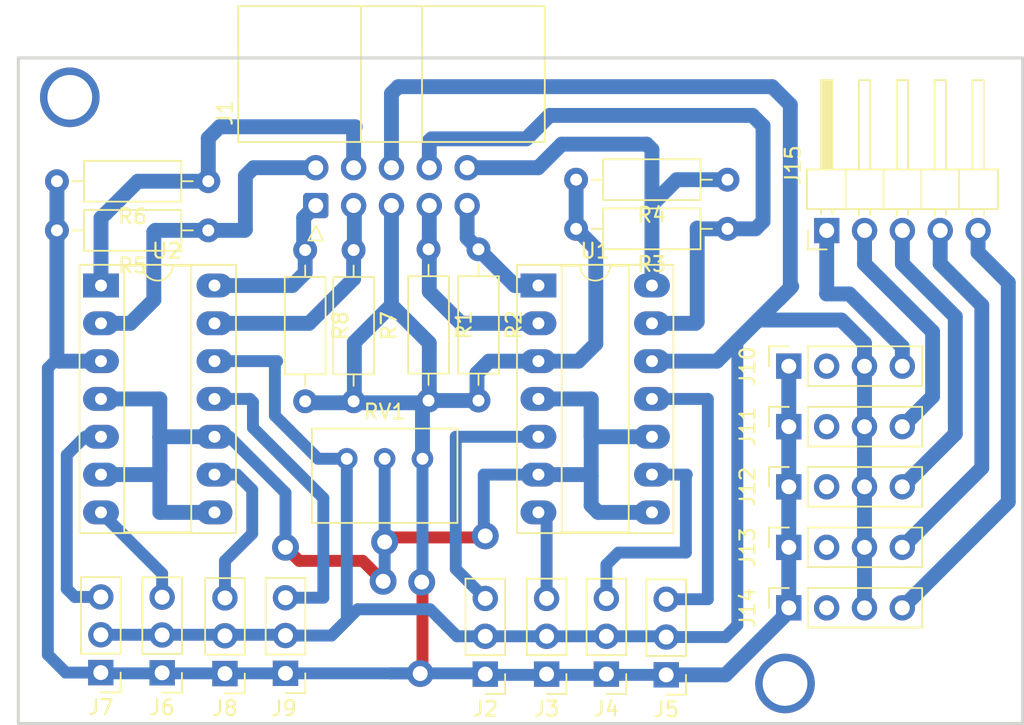
<source format=kicad_pcb>
(kicad_pcb (version 20221018) (generator pcbnew)
  (layers (0 "F.Cu" signal) (31 "B.Cu" signal) (34 "B.Paste" user) (35 "F.Paste" user) (36 "B.SilkS" user "B.Silkscreen") (37 "F.SilkS" user "F.Silkscreen") (38 "B.Mask" user) (39 "F.Mask" user) (44 "Edge.Cuts" user))
  (net 0 "")
  (net 1 "/S4")
  (net 2 "/S8")
  (net 3 "/S3")
  (net 4 "/S7")
  (net 5 "+5V")
  (net 6 "GND")
  (net 7 "/S2")
  (net 8 "/S6")
  (net 9 "/S1")
  (net 10 "/S5")
  (net 11 "/D2")
  (net 12 "/D1")
  (net 13 "/D6")
  (net 14 "/D5")
  (net 15 "/D4")
  (net 16 "/D3")
  (net 17 "/D7")
  (net 18 "/D8")
  (net 19 "/Vref")
  (net 20 "Net-(R4-Pad1)")
  (net 21 "Net-(R3-Pad1)")
  (net 23 "/P1")
  (net 25 "/P2")
  (net 27 "/P3")
  (net 29 "/P4")
  (net 31 "/P5")
  (footprint "Connector_PinHeader_2.54mm:PinHeader_1x03_P2.54mm_Vertical" (layer "F.Cu") (at 56.5404 61.65225 180)
    (fp_text reference "J5" (at 0 -2.33) (layer "F.SilkS"))
    (fp_text value "Conn_01x03_Male")
    (pad "1" thru_hole rect (at 0 0 180) (size 1.7 1.7) (drill 1) (layers "*.Cu" "*.Mask") (net 5 "+5V"))
    (pad "2" thru_hole oval (at 0 2.54 180) (size 1.7 1.7) (drill 1) (layers "*.Cu" "*.Mask") (net 6 "GND"))
    (pad "3" thru_hole oval (at 0 5.08 180) (size 1.7 1.7) (drill 1) (layers "*.Cu" "*.Mask") (net 14 "/D5"))
  )
  (footprint "" (layer "F.Cu") (at 64.516 62.23)
    (fp_text reference "" (at 0 0) (layer "F.SilkS") (effects (font (size 1.27 1.27))))
    (fp_text value "" (at 0 0) (layer "F.SilkS") (effects (font (size 1.27 1.27))))
    (pad "1" thru_hole circle (at 0 0) (size 4 4) (drill 3) (layers "*.Cu" "*.Mask"))
  )
  (footprint "Resistor_THT:R_Axial_DIN0207_L6.3mm_D2.5mm_P10.16mm_Horizontal" (layer "F.Cu") (at 32.3088 33.11765 -90)
    (fp_text reference "R8" (at 5.08 -2.37 90) (layer "F.SilkS"))
    (fp_text value "R")
    (pad "1" thru_hole circle (at 0 0 270) (size 1.6 1.6) (drill 0.8) (layers "*.Cu" "*.Mask") (net 1 "/S4"))
    (pad "2" thru_hole oval (at 10.16 0 270) (size 1.6 1.6) (drill 0.8) (layers "*.Cu" "*.Mask") (net 5 "+5V"))
  )
  (footprint "Resistor_THT:R_Axial_DIN0207_L6.3mm_D2.5mm_P10.16mm_Horizontal" (layer "F.Cu") (at 40.5892 33.06685 -90)
    (fp_text reference "R1" (at 5.08 -2.37 90) (layer "F.SilkS"))
    (fp_text value "R")
    (pad "1" thru_hole circle (at 0 0 270) (size 1.6 1.6) (drill 0.8) (layers "*.Cu" "*.Mask") (net 7 "/S2"))
    (pad "2" thru_hole oval (at 10.16 0 270) (size 1.6 1.6) (drill 0.8) (layers "*.Cu" "*.Mask") (net 5 "+5V"))
  )
  (footprint "Connector_PinSocket_2.54mm:PinSocket_1x04_P2.54mm_Vertical" (layer "F.Cu") (at 64.77 53.086 90)
    (fp_text reference "J13" (at 0 -2.77 90) (layer "F.SilkS"))
    (fp_text value "Conn_01x04_Male")
    (pad "1" thru_hole rect (at 0 0 90) (size 1.7 1.7) (drill 1) (layers "*.Cu" "*.Mask") (net 5 "+5V"))
    (pad "2" thru_hole oval (at 0 2.54 90) (size 1.7 1.7) (drill 1) (layers "*.Cu" "*.Mask"))
    (pad "3" thru_hole oval (at 0 5.08 90) (size 1.7 1.7) (drill 1) (layers "*.Cu" "*.Mask") (net 6 "GND"))
    (pad "4" thru_hole oval (at 0 7.62 90) (size 1.7 1.7) (drill 1) (layers "*.Cu" "*.Mask") (net 29 "/P4"))
  )
  (footprint "Connector_IDC:IDC-Header_2x05_P2.54mm_Horizontal" (layer "F.Cu") (at 33.02 30.12835 90)
    (fp_text reference "J1" (at 6.215 -6.1 90) (layer "F.SilkS"))
    (fp_text value "Control Sensores")
    (pad "1" thru_hole roundrect (at 0 0 90) (size 1.7 1.7) (drill 1) (layers "*.Cu" "*.Mask") (roundrect_rratio 0.147059) (net 1 "/S4"))
    (pad "2" thru_hole circle (at 2.54 0 90) (size 1.7 1.7) (drill 1) (layers "*.Cu" "*.Mask") (net 2 "/S8"))
    (pad "3" thru_hole circle (at 0 2.54 90) (size 1.7 1.7) (drill 1) (layers "*.Cu" "*.Mask") (net 3 "/S3"))
    (pad "4" thru_hole circle (at 2.54 2.54 90) (size 1.7 1.7) (drill 1) (layers "*.Cu" "*.Mask") (net 4 "/S7"))
    (pad "5" thru_hole circle (at 0 5.08 90) (size 1.7 1.7) (drill 1) (layers "*.Cu" "*.Mask") (net 5 "+5V"))
    (pad "6" thru_hole circle (at 2.54 5.08 90) (size 1.7 1.7) (drill 1) (layers "*.Cu" "*.Mask") (net 6 "GND"))
    (pad "7" thru_hole circle (at 0 7.62 90) (size 1.7 1.7) (drill 1) (layers "*.Cu" "*.Mask") (net 7 "/S2"))
    (pad "8" thru_hole circle (at 2.54 7.62 90) (size 1.7 1.7) (drill 1) (layers "*.Cu" "*.Mask") (net 8 "/S6"))
    (pad "9" thru_hole circle (at 0 10.16 90) (size 1.7 1.7) (drill 1) (layers "*.Cu" "*.Mask") (net 9 "/S1"))
    (pad "10" thru_hole circle (at 2.54 10.16 90) (size 1.7 1.7) (drill 1) (layers "*.Cu" "*.Mask") (net 10 "/S5"))
  )
  (footprint "Package_DIP:DIP-14_W7.62mm_Socket_LongPads" (layer "F.Cu") (at 47.9652 35.50025)
    (fp_text reference "U1" (at 3.81 -2.33) (layer "F.SilkS"))
    (fp_text value "LM339")
    (pad "1" thru_hole rect (at 0 0) (size 2.4 1.6) (drill 0.8) (layers "*.Cu" "*.Mask") (net 9 "/S1"))
    (pad "2" thru_hole oval (at 0 2.54) (size 2.4 1.6) (drill 0.8) (layers "*.Cu" "*.Mask") (net 7 "/S2"))
    (pad "3" thru_hole oval (at 0 5.08) (size 2.4 1.6) (drill 0.8) (layers "*.Cu" "*.Mask") (net 5 "+5V"))
    (pad "4" thru_hole oval (at 0 7.62) (size 2.4 1.6) (drill 0.8) (layers "*.Cu" "*.Mask") (net 19 "/Vref"))
    (pad "5" thru_hole oval (at 0 10.16) (size 2.4 1.6) (drill 0.8) (layers "*.Cu" "*.Mask") (net 11 "/D2"))
    (pad "6" thru_hole oval (at 0 12.7) (size 2.4 1.6) (drill 0.8) (layers "*.Cu" "*.Mask") (net 19 "/Vref"))
    (pad "7" thru_hole oval (at 0 15.24) (size 2.4 1.6) (drill 0.8) (layers "*.Cu" "*.Mask") (net 12 "/D1"))
    (pad "8" thru_hole oval (at 7.62 15.24) (size 2.4 1.6) (drill 0.8) (layers "*.Cu" "*.Mask") (net 19 "/Vref"))
    (pad "9" thru_hole oval (at 7.62 12.7) (size 2.4 1.6) (drill 0.8) (layers "*.Cu" "*.Mask") (net 13 "/D6"))
    (pad "10" thru_hole oval (at 7.62 10.16) (size 2.4 1.6) (drill 0.8) (layers "*.Cu" "*.Mask") (net 19 "/Vref"))
    (pad "11" thru_hole oval (at 7.62 7.62) (size 2.4 1.6) (drill 0.8) (layers "*.Cu" "*.Mask") (net 14 "/D5"))
    (pad "12" thru_hole oval (at 7.62 5.08) (size 2.4 1.6) (drill 0.8) (layers "*.Cu" "*.Mask") (net 6 "GND"))
    (pad "13" thru_hole oval (at 7.62 2.54) (size 2.4 1.6) (drill 0.8) (layers "*.Cu" "*.Mask") (net 21 "Net-(R3-Pad1)"))
    (pad "14" thru_hole oval (at 7.62 0) (size 2.4 1.6) (drill 0.8) (layers "*.Cu" "*.Mask") (net 20 "Net-(R4-Pad1)"))
  )
  (footprint "" (layer "F.Cu") (at 16.51 22.86)
    (fp_text reference "" (at 0 0) (layer "F.SilkS") (effects (font (size 1.27 1.27))))
    (fp_text value "" (at 0 0) (layer "F.SilkS") (effects (font (size 1.27 1.27))))
    (pad "1" thru_hole circle (at 0 0) (size 4 4) (drill 3) (layers "*.Cu" "*.Mask"))
  )
  (footprint "Connector_PinSocket_2.54mm:PinSocket_1x04_P2.54mm_Vertical" (layer "F.Cu") (at 64.77 44.983 90)
    (fp_text reference "J11" (at 0 -2.77 90) (layer "F.SilkS"))
    (fp_text value "Conn_01x04_Male")
    (pad "1" thru_hole rect (at 0 0 90) (size 1.7 1.7) (drill 1) (layers "*.Cu" "*.Mask") (net 5 "+5V"))
    (pad "2" thru_hole oval (at 0 2.54 90) (size 1.7 1.7) (drill 1) (layers "*.Cu" "*.Mask"))
    (pad "3" thru_hole oval (at 0 5.08 90) (size 1.7 1.7) (drill 1) (layers "*.Cu" "*.Mask") (net 6 "GND"))
    (pad "4" thru_hole oval (at 0 7.62 90) (size 1.7 1.7) (drill 1) (layers "*.Cu" "*.Mask") (net 25 "/P2"))
  )
  (footprint "Connector_PinHeader_2.54mm:PinHeader_1x03_P2.54mm_Vertical" (layer "F.Cu") (at 52.5272 61.60145 180)
    (fp_text reference "J4" (at 0 -2.33) (layer "F.SilkS"))
    (fp_text value "Conn_01x03_Male")
    (pad "1" thru_hole rect (at 0 0 180) (size 1.7 1.7) (drill 1) (layers "*.Cu" "*.Mask") (net 5 "+5V"))
    (pad "2" thru_hole oval (at 0 2.54 180) (size 1.7 1.7) (drill 1) (layers "*.Cu" "*.Mask") (net 6 "GND"))
    (pad "3" thru_hole oval (at 0 5.08 180) (size 1.7 1.7) (drill 1) (layers "*.Cu" "*.Mask") (net 13 "/D6"))
  )
  (footprint "Resistor_THT:R_Axial_DIN0207_L6.3mm_D2.5mm_P10.16mm_Horizontal" (layer "F.Cu") (at 25.8064 28.49485 180)
    (fp_text reference "R6" (at 5.08 -2.37) (layer "F.SilkS"))
    (fp_text value "R")
    (pad "1" thru_hole circle (at 0 0 180) (size 1.6 1.6) (drill 0.8) (layers "*.Cu" "*.Mask") (net 4 "/S7"))
    (pad "2" thru_hole oval (at 10.16 0 180) (size 1.6 1.6) (drill 0.8) (layers "*.Cu" "*.Mask") (net 5 "+5V"))
  )
  (footprint "Connector_PinSocket_2.54mm:PinSocket_1x04_P2.54mm_Vertical" (layer "F.Cu") (at 64.77 40.919 90)
    (fp_text reference "J10" (at 0 -2.77 90) (layer "F.SilkS"))
    (fp_text value "Conn_01x04_Male")
    (pad "1" thru_hole rect (at 0 0 90) (size 1.7 1.7) (drill 1) (layers "*.Cu" "*.Mask") (net 5 "+5V"))
    (pad "2" thru_hole oval (at 0 2.54 90) (size 1.7 1.7) (drill 1) (layers "*.Cu" "*.Mask"))
    (pad "3" thru_hole oval (at 0 5.08 90) (size 1.7 1.7) (drill 1) (layers "*.Cu" "*.Mask") (net 6 "GND"))
    (pad "4" thru_hole oval (at 0 7.62 90) (size 1.7 1.7) (drill 1) (layers "*.Cu" "*.Mask") (net 23 "/P1"))
  )
  (footprint "Connector_PinHeader_2.54mm:PinHeader_1x03_P2.54mm_Vertical" (layer "F.Cu") (at 22.7076 61.51485 180)
    (fp_text reference "J6" (at 0 -2.33) (layer "F.SilkS"))
    (fp_text value "Conn_01x03_Male")
    (pad "1" thru_hole rect (at 0 0 180) (size 1.7 1.7) (drill 1) (layers "*.Cu" "*.Mask") (net 5 "+5V"))
    (pad "2" thru_hole oval (at 0 2.54 180) (size 1.7 1.7) (drill 1) (layers "*.Cu" "*.Mask") (net 6 "GND"))
    (pad "3" thru_hole oval (at 0 5.08 180) (size 1.7 1.7) (drill 1) (layers "*.Cu" "*.Mask") (net 15 "/D4"))
  )
  (footprint "Resistor_THT:R_Axial_DIN0207_L6.3mm_D2.5mm_P10.16mm_Horizontal" (layer "F.Cu") (at 60.6552 31.69525 180)
    (fp_text reference "R3" (at 5.08 -2.37) (layer "F.SilkS"))
    (fp_text value "R")
    (pad "1" thru_hole circle (at 0 0 180) (size 1.6 1.6) (drill 0.8) (layers "*.Cu" "*.Mask") (net 21 "Net-(R3-Pad1)"))
    (pad "2" thru_hole oval (at 10.16 0 180) (size 1.6 1.6) (drill 0.8) (layers "*.Cu" "*.Mask") (net 5 "+5V"))
  )
  (footprint "Connector_PinHeader_2.54mm:PinHeader_1x05_P2.54mm_Horizontal" (layer "F.Cu") (at 67.315 31.807 90)
    (fp_text reference "J15" (at 4.385 -2.27 90) (layer "F.SilkS"))
    (fp_text value "Conn_01x05_Pin")
    (pad "1" thru_hole rect (at 0 0 90) (size 1.7 1.7) (drill 1) (layers "*.Cu" "*.Mask") (net 23 "/P1"))
    (pad "2" thru_hole oval (at 0 2.54 90) (size 1.7 1.7) (drill 1) (layers "*.Cu" "*.Mask") (net 25 "/P2"))
    (pad "3" thru_hole oval (at 0 5.08 90) (size 1.7 1.7) (drill 1) (layers "*.Cu" "*.Mask") (net 27 "/P3"))
    (pad "4" thru_hole oval (at 0 7.62 90) (size 1.7 1.7) (drill 1) (layers "*.Cu" "*.Mask") (net 29 "/P4"))
    (pad "5" thru_hole oval (at 0 10.16 90) (size 1.7 1.7) (drill 1) (layers "*.Cu" "*.Mask") (net 31 "/P5"))
  )
  (footprint "Resistor_THT:R_Axial_DIN0207_L6.3mm_D2.5mm_P10.16mm_Horizontal" (layer "F.Cu") (at 43.942 33.06685 -90)
    (fp_text reference "R2" (at 5.08 -2.37 90) (layer "F.SilkS"))
    (fp_text value "R")
    (pad "1" thru_hole circle (at 0 0 270) (size 1.6 1.6) (drill 0.8) (layers "*.Cu" "*.Mask") (net 9 "/S1"))
    (pad "2" thru_hole oval (at 10.16 0 270) (size 1.6 1.6) (drill 0.8) (layers "*.Cu" "*.Mask") (net 5 "+5V"))
  )
  (footprint "Resistor_THT:R_Axial_DIN0207_L6.3mm_D2.5mm_P10.16mm_Horizontal" (layer "F.Cu") (at 35.56 33.11765 -90)
    (fp_text reference "R7" (at 5.08 -2.37 90) (layer "F.SilkS"))
    (fp_text value "R")
    (pad "1" thru_hole circle (at 0 0 270) (size 1.6 1.6) (drill 0.8) (layers "*.Cu" "*.Mask") (net 3 "/S3"))
    (pad "2" thru_hole oval (at 10.16 0 270) (size 1.6 1.6) (drill 0.8) (layers "*.Cu" "*.Mask") (net 5 "+5V"))
  )
  (footprint "Connector_PinHeader_2.54mm:PinHeader_1x03_P2.54mm_Vertical" (layer "F.Cu") (at 26.924 61.56565 180)
    (fp_text reference "J8" (at 0 -2.33) (layer "F.SilkS"))
    (fp_text value "Conn_01x03_Male")
    (pad "1" thru_hole rect (at 0 0 180) (size 1.7 1.7) (drill 1) (layers "*.Cu" "*.Mask") (net 5 "+5V"))
    (pad "2" thru_hole oval (at 0 2.54 180) (size 1.7 1.7) (drill 1) (layers "*.Cu" "*.Mask") (net 6 "GND"))
    (pad "3" thru_hole oval (at 0 5.08 180) (size 1.7 1.7) (drill 1) (layers "*.Cu" "*.Mask") (net 17 "/D7"))
  )
  (footprint "Connector_PinSocket_2.54mm:PinSocket_1x04_P2.54mm_Vertical" (layer "F.Cu") (at 64.77 57.15 90)
    (fp_text reference "J14" (at 0 -2.77 90) (layer "F.SilkS"))
    (fp_text value "Conn_01x04_Male")
    (pad "1" thru_hole rect (at 0 0 90) (size 1.7 1.7) (drill 1) (layers "*.Cu" "*.Mask") (net 5 "+5V"))
    (pad "2" thru_hole oval (at 0 2.54 90) (size 1.7 1.7) (drill 1) (layers "*.Cu" "*.Mask"))
    (pad "3" thru_hole oval (at 0 5.08 90) (size 1.7 1.7) (drill 1) (layers "*.Cu" "*.Mask") (net 6 "GND"))
    (pad "4" thru_hole oval (at 0 7.62 90) (size 1.7 1.7) (drill 1) (layers "*.Cu" "*.Mask") (net 31 "/P5"))
  )
  (footprint "Connector_PinHeader_2.54mm:PinHeader_1x03_P2.54mm_Vertical" (layer "F.Cu") (at 48.514 61.60145 180)
    (fp_text reference "J3" (at 0 -2.33) (layer "F.SilkS"))
    (fp_text value "Conn_01x03_Male")
    (pad "1" thru_hole rect (at 0 0 180) (size 1.7 1.7) (drill 1) (layers "*.Cu" "*.Mask") (net 5 "+5V"))
    (pad "2" thru_hole oval (at 0 2.54 180) (size 1.7 1.7) (drill 1) (layers "*.Cu" "*.Mask") (net 6 "GND"))
    (pad "3" thru_hole oval (at 0 5.08 180) (size 1.7 1.7) (drill 1) (layers "*.Cu" "*.Mask") (net 12 "/D1"))
  )
  (footprint "Resistor_THT:R_Axial_DIN0207_L6.3mm_D2.5mm_P10.16mm_Horizontal" (layer "F.Cu") (at 60.6552 28.39325 180)
    (fp_text reference "R4" (at 5.08 -2.37) (layer "F.SilkS"))
    (fp_text value "R")
    (pad "1" thru_hole circle (at 0 0 180) (size 1.6 1.6) (drill 0.8) (layers "*.Cu" "*.Mask") (net 20 "Net-(R4-Pad1)"))
    (pad "2" thru_hole oval (at 10.16 0 180) (size 1.6 1.6) (drill 0.8) (layers "*.Cu" "*.Mask") (net 5 "+5V"))
  )
  (footprint "Package_DIP:DIP-14_W7.62mm_Socket_LongPads" (layer "F.Cu") (at 18.6028 35.50025)
    (fp_text reference "U2" (at 4.4196 -2.33) (layer "F.SilkS"))
    (fp_text value "LM339")
    (pad "1" thru_hole rect (at 0 0) (size 2.4 1.6) (drill 0.8) (layers "*.Cu" "*.Mask") (net 4 "/S7"))
    (pad "2" thru_hole oval (at 0 2.54) (size 2.4 1.6) (drill 0.8) (layers "*.Cu" "*.Mask") (net 2 "/S8"))
    (pad "3" thru_hole oval (at 0 5.08) (size 2.4 1.6) (drill 0.8) (layers "*.Cu" "*.Mask") (net 5 "+5V"))
    (pad "4" thru_hole oval (at 0 7.62) (size 2.4 1.6) (drill 0.8) (layers "*.Cu" "*.Mask") (net 19 "/Vref"))
    (pad "5" thru_hole oval (at 0 10.16) (size 2.4 1.6) (drill 0.8) (layers "*.Cu" "*.Mask") (net 16 "/D3"))
    (pad "6" thru_hole oval (at 0 12.7) (size 2.4 1.6) (drill 0.8) (layers "*.Cu" "*.Mask") (net 19 "/Vref"))
    (pad "7" thru_hole oval (at 0 15.24) (size 2.4 1.6) (drill 0.8) (layers "*.Cu" "*.Mask") (net 15 "/D4"))
    (pad "8" thru_hole oval (at 7.62 15.24) (size 2.4 1.6) (drill 0.8) (layers "*.Cu" "*.Mask") (net 19 "/Vref"))
    (pad "9" thru_hole oval (at 7.62 12.7) (size 2.4 1.6) (drill 0.8) (layers "*.Cu" "*.Mask") (net 17 "/D7"))
    (pad "10" thru_hole oval (at 7.62 10.16) (size 2.4 1.6) (drill 0.8) (layers "*.Cu" "*.Mask") (net 19 "/Vref"))
    (pad "11" thru_hole oval (at 7.62 7.62) (size 2.4 1.6) (drill 0.8) (layers "*.Cu" "*.Mask") (net 18 "/D8"))
    (pad "12" thru_hole oval (at 7.62 5.08) (size 2.4 1.6) (drill 0.8) (layers "*.Cu" "*.Mask") (net 6 "GND"))
    (pad "13" thru_hole oval (at 7.62 2.54) (size 2.4 1.6) (drill 0.8) (layers "*.Cu" "*.Mask") (net 3 "/S3"))
    (pad "14" thru_hole oval (at 7.62 0) (size 2.4 1.6) (drill 0.8) (layers "*.Cu" "*.Mask") (net 1 "/S4"))
  )
  (footprint "Connector_PinHeader_2.54mm:PinHeader_1x03_P2.54mm_Vertical" (layer "F.Cu") (at 30.988 61.55065 180)
    (fp_text reference "J9" (at 0.1016 -2.3518) (layer "F.SilkS"))
    (fp_text value "Conn_01x03_Male")
    (pad "1" thru_hole rect (at 0 0 180) (size 1.7 1.7) (drill 1) (layers "*.Cu" "*.Mask") (net 5 "+5V"))
    (pad "2" thru_hole oval (at 0 2.54 180) (size 1.7 1.7) (drill 1) (layers "*.Cu" "*.Mask") (net 6 "GND"))
    (pad "3" thru_hole oval (at 0 5.08 180) (size 1.7 1.7) (drill 1) (layers "*.Cu" "*.Mask") (net 18 "/D8"))
  )
  (footprint "Connector_PinHeader_2.54mm:PinHeader_1x03_P2.54mm_Vertical" (layer "F.Cu") (at 44.3992 61.60145 180)
    (fp_text reference "J2" (at 0 -2.33) (layer "F.SilkS"))
    (fp_text value "Conn_01x03_Male")
    (pad "1" thru_hole rect (at 0 0 180) (size 1.7 1.7) (drill 1) (layers "*.Cu" "*.Mask") (net 5 "+5V"))
    (pad "2" thru_hole oval (at 0 2.54 180) (size 1.7 1.7) (drill 1) (layers "*.Cu" "*.Mask") (net 6 "GND"))
    (pad "3" thru_hole oval (at 0 5.08 180) (size 1.7 1.7) (drill 1) (layers "*.Cu" "*.Mask") (net 11 "/D2"))
  )
  (footprint "Potentiometer_THT:Potentiometer_Bourns_3299W_Vertical" (layer "F.Cu") (at 40.1828 47.13845)
    (fp_text reference "RV1" (at -2.54 -3.16) (layer "F.SilkS"))
    (fp_text value "R_Potentiometer")
    (pad "1" thru_hole circle (at 0 0) (size 1.44 1.44) (drill 0.8) (layers "*.Cu" "*.Mask") (net 5 "+5V"))
    (pad "2" thru_hole circle (at -2.54 0) (size 1.44 1.44) (drill 0.8) (layers "*.Cu" "*.Mask") (net 19 "/Vref"))
    (pad "3" thru_hole circle (at -5.08 0) (size 1.44 1.44) (drill 0.8) (layers "*.Cu" "*.Mask") (net 6 "GND"))
  )
  (footprint "Resistor_THT:R_Axial_DIN0207_L6.3mm_D2.5mm_P10.16mm_Horizontal" (layer "F.Cu") (at 25.8064 31.79685 180)
    (fp_text reference "R5" (at 5.08 -2.37) (layer "F.SilkS"))
    (fp_text value "R")
    (pad "1" thru_hole circle (at 0 0 180) (size 1.6 1.6) (drill 0.8) (layers "*.Cu" "*.Mask") (net 2 "/S8"))
    (pad "2" thru_hole oval (at 10.16 0 180) (size 1.6 1.6) (drill 0.8) (layers "*.Cu" "*.Mask") (net 5 "+5V"))
  )
  (footprint "Connector_PinSocket_2.54mm:PinSocket_1x04_P2.54mm_Vertical" (layer "F.Cu") (at 64.77 49.022 90)
    (fp_text reference "J12" (at 0 -2.77 90) (layer "F.SilkS"))
    (fp_text value "Conn_01x04_Male")
    (pad "1" thru_hole rect (at 0 0 90) (size 1.7 1.7) (drill 1) (layers "*.Cu" "*.Mask") (net 5 "+5V"))
    (pad "2" thru_hole oval (at 0 2.54 90) (size 1.7 1.7) (drill 1) (layers "*.Cu" "*.Mask"))
    (pad "3" thru_hole oval (at 0 5.08 90) (size 1.7 1.7) (drill 1) (layers "*.Cu" "*.Mask") (net 6 "GND"))
    (pad "4" thru_hole oval (at 0 7.62 90) (size 1.7 1.7) (drill 1) (layers "*.Cu" "*.Mask") (net 27 "/P3"))
  )
  (footprint "Connector_PinHeader_2.54mm:PinHeader_1x03_P2.54mm_Vertical" (layer "F.Cu") (at 18.5928 61.49985 180)
    (fp_text reference "J7" (at 0 -2.33) (layer "F.SilkS"))
    (fp_text value "Conn_01x03_Male")
    (pad "1" thru_hole rect (at 0 0 180) (size 1.7 1.7) (drill 1) (layers "*.Cu" "*.Mask") (net 5 "+5V"))
    (pad "2" thru_hole oval (at 0 2.54 180) (size 1.7 1.7) (drill 1) (layers "*.Cu" "*.Mask") (net 6 "GND"))
    (pad "3" thru_hole oval (at 0 5.08 180) (size 1.7 1.7) (drill 1) (layers "*.Cu" "*.Mask") (net 16 "/D3"))
  )
  (gr_rect (start 13.0556 20.21445) (end 80.4672 64.91845) (stroke (width 0.2)) (fill none) (layer "Edge.Cuts"))
  (segment (start 32.3088 34.64165) (end 32.3088 33.11765) (width 1) (layer "B.Cu") (net 1))
  (segment (start 31.4502 35.50025) (end 26.2228 35.50025) (width 1) (layer "B.Cu") (net 1))
  (segment (start 31.4502 35.50025) (end 32.3088 34.64165) (width 1) (layer "B.Cu") (net 1))
  (segment (start 32.2072 30.94115) (end 33.02 30.12835) (width 1) (layer "B.Cu") (net 1))
  (segment (start 32.2072 33.21925) (end 32.2072 30.94115) (width 1) (layer "B.Cu") (net 1))
  (segment (start 22.2504 31.79685) (end 25.8064 31.79685) (width 1) (layer "B.Cu") (net 2))
  (segment (start 28.2448 31.79685) (end 25.8064 31.79685) (width 1) (layer "B.Cu") (net 2))
  (segment (start 28.2956 31.74605) (end 28.2448 31.79685) (width 1) (layer "B.Cu") (net 2))
  (segment (start 22.1488 36.47045) (end 22.1488 31.89845) (width 1) (layer "B.Cu") (net 2))
  (segment (start 18.6028 38.04025) (end 20.579 38.04025) (width 1) (layer "B.Cu") (net 2))
  (segment (start 28.8465 27.58835) (end 28.2956 28.13925) (width 1) (layer "B.Cu") (net 2))
  (segment (start 22.1488 31.89845) (end 22.2504 31.79685) (width 1) (layer "B.Cu") (net 2))
  (segment (start 20.579 38.04025) (end 22.1488 36.47045) (width 1) (layer "B.Cu") (net 2))
  (segment (start 28.2956 28.13925) (end 28.2956 31.74605) (width 1) (layer "B.Cu") (net 2))
  (segment (start 33.02 27.58835) (end 28.8465 27.58835) (width 1) (layer "B.Cu") (net 2))
  (segment (start 35.6108 30.17915) (end 35.56 30.12835) (width 1) (layer "B.Cu") (net 3))
  (segment (start 35.6108 33.16845) (end 35.6108 30.17915) (width 1) (layer "B.Cu") (net 3))
  (segment (start 35.56 35.04805) (end 35.56 33.11765) (width 1) (layer "B.Cu") (net 3))
  (segment (start 32.5678 38.04025) (end 26.2228 38.04025) (width 1) (layer "B.Cu") (net 3))
  (segment (start 32.5678 38.04025) (end 35.56 35.04805) (width 1) (layer "B.Cu") (net 3))
  (segment (start 35.56 24.93885) (end 35.56 27.58835) (width 1) (layer "B.Cu") (net 4))
  (segment (start 26.5684 24.83725) (end 35.6616 24.83725) (width 1) (layer "B.Cu") (net 4))
  (segment (start 25.8064 25.59925) (end 26.5684 24.83725) (width 1) (layer "B.Cu") (net 4))
  (segment (start 21.082 28.49485) (end 25.8064 28.49485) (width 1) (layer "B.Cu") (net 4))
  (segment (start 25.8064 28.49485) (end 25.8064 25.59925) (width 1) (layer "B.Cu") (net 4))
  (segment (start 35.6616 24.83725) (end 35.56 24.93885) (width 1) (layer "B.Cu") (net 4))
  (segment (start 18.6028 35.50025) (end 18.6028 30.97405) (width 1) (layer "B.Cu") (net 4))
  (segment (start 18.6028 30.97405) (end 21.082 28.49485) (width 1) (layer "B.Cu") (net 4))
  (segment (start 40.132 55.41885) (end 40.1828 55.46965) (width 0.8) (layer "F.Cu") (net 5))
  (segment (start 40.1828 61.41325) (end 40.0304 61.56565) (width 0.8) (layer "F.Cu") (net 5))
  (segment (start 40.1828 55.46965) (end 40.1828 61.41325) (width 0.8) (layer "F.Cu") (net 5))
  (via (at 40.0304 61.56565) (size 1.8) (drill 1) (layers "F.Cu" "B.Cu") (net 5))
  (via (at 40.132 55.41885) (size 1.8) (drill 1) (layers "F.Cu" "B.Cu") (net 5))
  (segment (start 40.132 55.41885) (end 40.1828 55.36805) (width 0.8) (layer "B.Cu") (net 5))
  (segment (start 64.77 40.919) (end 64.77 57.404) (width 1) (layer "B.Cu") (net 5))
  (segment (start 15.0368 60.29565) (end 15.0368 41.04245) (width 0.8) (layer "B.Cu") (net 5))
  (segment (start 18.6028 40.58025) (end 15.7938 40.58025) (width 1) (layer "B.Cu") (net 5))
  (segment (start 47.9652 40.58025) (end 50.6526 40.58025) (width 1) (layer "B.Cu") (net 5))
  (segment (start 44.3484 61.55065) (end 44.3992 61.60145) (width 0.8) (layer "B.Cu") (net 5))
  (segment (start 30.988 61.55065) (end 18.6436 61.55065) (width 0.8) (layer "B.Cu") (net 5))
  (segment (start 15.0368 41.04245) (end 15.6464 40.43285) (width 0.8) (layer "B.Cu") (net 5))
  (segment (start 43.8404 41.38805) (end 43.8404 43.22685) (width 1) (layer "B.Cu") (net 5))
  (segment (start 15.6464 31.79685) (end 15.6464 28.49485) (width 1) (layer "B.Cu") (net 5))
  (segment (start 60.52175 61.65225) (end 56.5404 61.65225) (width 1) (layer "B.Cu") (net 5))
  (segment (start 35.6108 39.31525) (end 38.1 36.82605) (width 1) (layer "B.Cu") (net 5))
  (segment (start 16.241 61.49985) (end 15.0368 60.29565) (width 0.8) (layer "B.Cu") (net 5))
  (segment (start 51.816 39.41685) (end 51.816 33.01605) (width 1) (layer "B.Cu") (net 5))
  (segment (start 38.0342 61.55065) (end 44.3484 61.55065) (width 0.8) (layer "B.Cu") (net 5))
  (segment (start 18.5928 61.49985) (end 16.241 61.49985) (width 0.8) (layer "B.Cu") (net 5))
  (segment (start 40.1828 47.13845) (end 40.1828 43.63325) (width 1) (layer "B.Cu") (net 5))
  (segment (start 44.45 61.65225) (end 44.3992 61.60145) (width 0.8) (layer "B.Cu") (net 5))
  (segment (start 35.6108 43.32845) (end 35.6108 39.31525) (width 1) (layer "B.Cu") (net 5))
  (segment (start 64.77 57.404) (end 60.52175 61.65225) (width 1) (layer "B.Cu") (net 5))
  (segment (start 38.1 36.82605) (end 38.1 30.12835) (width 1) (layer "B.Cu") (net 5))
  (segment (start 40.64 43.22685) (end 40.64 39.36605) (width 1) (layer "B.Cu") (net 5))
  (segment (start 40.1828 43.63325) (end 40.5892 43.22685) (width 1) (layer "B.Cu") (net 5))
  (segment (start 40.4368 43.37925) (end 40.5892 43.22685) (width 1) (layer "B.Cu") (net 5))
  (segment (start 40.0304 61.56565) (end 40.0154 61.55065) (width 0.8) (layer "B.Cu") (net 5))
  (segment (start 43.8404 43.22685) (end 40.64 43.22685) (width 1) (layer "B.Cu") (net 5))
  (segment (start 47.9652 40.58025) (end 44.6482 40.58025) (width 1) (layer "B.Cu") (net 5))
  (segment (start 32.2072 43.37925) (end 40.4368 43.37925) (width 1) (layer "B.Cu") (net 5))
  (segment (start 44.6482 40.58025) (end 43.8404 41.38805) (width 1) (layer "B.Cu") (net 5))
  (segment (start 50.6526 40.58025) (end 51.816 39.41685) (width 1) (layer "B.Cu") (net 5))
  (segment (start 40.1828 55.36805) (end 40.1828 47.13845) (width 0.8) (layer "B.Cu") (net 5))
  (segment (start 30.988 61.55065) (end 38.0342 61.55065) (width 0.8) (layer "B.Cu") (net 5))
  (segment (start 50.4952 31.69525) (end 50.4952 28.39325) (width 1) (layer "B.Cu") (net 5))
  (segment (start 56.5404 61.65225) (end 44.45 61.65225) (width 0.8) (layer "B.Cu") (net 5))
  (segment (start 51.816 33.01605) (end 50.4952 31.69525) (width 1) (layer "B.Cu") (net 5))
  (segment (start 18.6436 61.55065) (end 18.5928 61.49985) (width 0.8) (layer "B.Cu") (net 5))
  (segment (start 15.6464 40.43285) (end 15.6464 31.79685) (width 1) (layer "B.Cu") (net 5))
  (segment (start 40.0154 61.55065) (end 38.0342 61.55065) (width 0.8) (layer "B.Cu") (net 5))
  (segment (start 40.64 39.36605) (end 38.1 36.82605) (width 1) (layer "B.Cu") (net 5))
  (segment (start 15.7938 40.58025) (end 15.6464 40.43285) (width 1) (layer "B.Cu") (net 5))
  (segment (start 64.8716 23.36405) (end 63.6524 22.14485) (width 1) (layer "B.Cu") (net 6))
  (segment (start 30.988 59.01065) (end 34.0718 59.01065) (width 0.8) (layer "B.Cu") (net 6))
  (segment (start 26.2228 40.58025) (end 30.4242 40.58025) (width 0.8) (layer "B.Cu") (net 6))
  (segment (start 34.0718 59.01065) (end 35.1028 57.97965) (width 0.8) (layer "B.Cu") (net 6))
  (segment (start 60.5178 59.11225) (end 61.3156 58.31445) (width 0.8) (layer "B.Cu") (net 6))
  (segment (start 69.85 57.15) (end 69.85 40.919) (width 1) (layer "B.Cu") (net 6))
  (segment (start 38.1 22.606) (end 38.1 27.58835) (width 1) (layer "B.Cu") (net 6))
  (segment (start 33.1724 47.13845) (end 35.1028 47.13845) (width 0.8) (layer "B.Cu") (net 6))
  (segment (start 40.6908 57.24765) (end 35.8348 57.24765) (width 0.8) (layer "B.Cu") (net 6))
  (segment (start 44.3992 59.06145) (end 56.4896 59.06145) (width 0.8) (layer "B.Cu") (net 6))
  (segment (start 30.4242 40.58025) (end 30.2768 40.72765) (width 0.8) (layer "B.Cu") (net 6))
  (segment (start 18.5928 58.95985) (end 30.9372 58.95985) (width 0.8) (layer "B.Cu") (net 6))
  (segment (start 30.2768 44.24285) (end 33.1724 47.13845) (width 0.8) (layer "B.Cu") (net 6))
  (segment (start 42.5046 59.06145) (end 40.6908 57.24765) (width 0.8) (layer "B.Cu") (net 6))
  (segment (start 44.3992 59.06145) (end 42.5046 59.06145) (width 0.8) (layer "B.Cu") (net 6))
  (segment (start 63.6524 22.14485) (end 38.56115 22.14485) (width 1) (layer "B.Cu") (net 6))
  (segment (start 35.1028 57.97965) (end 35.1028 47.13845) (width 0.8) (layer "B.Cu") (net 6))
  (segment (start 64.96925 35.56) (end 64.107625 36.421625) (width 1) (layer "B.Cu") (net 6))
  (segment (start 30.9372 58.95985) (end 30.988 59.01065) (width 0.8) (layer "B.Cu") (net 6))
  (segment (start 56.4896 59.06145) (end 56.5404 59.11225) (width 0.8) (layer "B.Cu") (net 6))
  (segment (start 30.2768 40.72765) (end 30.2768 44.24285) (width 0.8) (layer "B.Cu") (net 6))
  (segment (start 61.3156 39.21365) (end 62.710625 37.818625) (width 1) (layer "B.Cu") (net 6))
  (segment (start 38.56115 22.14485) (end 38.1 22.606) (width 1) (layer "B.Cu") (net 6))
  (segment (start 64.8716 35.65765) (end 64.8716 23.36405) (width 1) (layer "B.Cu") (net 6))
  (segment (start 59.949 40.58025) (end 61.3156 39.21365) (width 1) (layer "B.Cu") (net 6))
  (segment (start 61.3156 58.31445) (end 61.3156 39.21365) (width 0.8) (layer "B.Cu") (net 6))
  (segment (start 62.710625 37.818625) (end 64.8716 35.65765) (width 1) (layer "B.Cu") (net 6))
  (segment (start 35.8348 57.24765) (end 34.0718 59.01065) (width 0.8) (layer "B.Cu") (net 6))
  (segment (start 69.85 40.919) (end 69.85 39.37) (width 1) (layer "B.Cu") (net 6))
  (segment (start 55.5852 40.58025) (end 59.949 40.58025) (width 1) (layer "B.Cu") (net 6))
  (segment (start 64.107625 36.421625) (end 64.8716 35.65765) (width 1) (layer "B.Cu") (net 6))
  (segment (start 56.5404 59.11225) (end 60.5178 59.11225) (width 0.8) (layer "B.Cu") (net 6))
  (segment (start 68.298625 37.818625) (end 62.710625 37.818625) (width 1) (layer "B.Cu") (net 6))
  (segment (start 69.85 39.37) (end 68.298625 37.818625) (width 1) (layer "B.Cu") (net 6))
  (segment (start 40.64 35.91165) (end 40.64 30.12835) (width 1) (layer "B.Cu") (net 7))
  (segment (start 42.7686 38.04025) (end 40.64 35.91165) (width 1) (layer "B.Cu") (net 7))
  (segment (start 47.9652 38.04025) (end 42.7686 38.04025) (width 1) (layer "B.Cu") (net 7))
  (segment (start 43.18 32.30485) (end 46.3754 35.50025) (width 1) (layer "B.Cu") (net 9))
  (segment (start 43.18 30.12835) (end 43.18 32.30485) (width 1) (layer "B.Cu") (net 9))
  (segment (start 46.3754 35.50025) (end 47.9652 35.50025) (width 1) (layer "B.Cu") (net 9))
  (segment (start 42.418 45.66025) (end 47.9652 45.66025) (width 0.8) (layer "B.Cu") (net 11))
  (segment (start 44.3992 56.52145) (end 42.418 54.54025) (width 0.8) (layer "B.Cu") (net 11))
  (segment (start 42.418 54.54025) (end 42.418 45.66025) (width 0.8) (layer "B.Cu") (net 11))
  (segment (start 48.514 51.28905) (end 47.9652 50.74025) (width 0.8) (layer "B.Cu") (net 12))
  (segment (start 48.514 56.52145) (end 48.514 51.28905) (width 0.8) (layer "B.Cu") (net 12))
  (segment (start 53.34 53.43765) (end 57.8612 53.43765) (width 0.8) (layer "B.Cu") (net 13))
  (segment (start 52.5272 54.25045) (end 53.34 53.43765) (width 0.8) (layer "B.Cu") (net 13))
  (segment (start 57.917 48.20025) (end 55.5852 48.20025) (width 0.8) (layer "B.Cu") (net 13))
  (segment (start 57.8612 48.25605) (end 57.917 48.20025) (width 0.8) (layer "B.Cu") (net 13))
  (segment (start 52.5272 56.52145) (end 52.5272 54.25045) (width 0.8) (layer "B.Cu") (net 13))
  (segment (start 57.8612 53.43765) (end 57.8612 48.25605) (width 0.8) (layer "B.Cu") (net 13))
  (segment (start 59.3344 56.57225) (end 59.3344 43.12025) (width 0.8) (layer "B.Cu") (net 14))
  (segment (start 56.5404 56.57225) (end 59.3344 56.57225) (width 0.8) (layer "B.Cu") (net 14))
  (segment (start 59.3344 43.12025) (end 55.5852 43.12025) (width 0.8) (layer "B.Cu") (net 14))
  (segment (start 22.7076 54.84505) (end 18.6028 50.74025) (width 0.8) (layer "B.Cu") (net 15))
  (segment (start 22.7076 56.43485) (end 22.7076 54.84505) (width 0.8) (layer "B.Cu") (net 15))
  (segment (start 16.3068 46.88445) (end 17.531 45.66025) (width 0.8) (layer "B.Cu") (net 16))
  (segment (start 16.3068 55.87605) (end 16.3068 46.88445) (width 0.8) (layer "B.Cu") (net 16))
  (segment (start 16.8506 56.41985) (end 16.3068 55.87605) (width 0.8) (layer "B.Cu") (net 16))
  (segment (start 18.5928 56.41985) (end 16.8506 56.41985) (width 0.8) (layer "B.Cu") (net 16))
  (segment (start 17.531 45.66025) (end 18.6028 45.66025) (width 0.8) (layer "B.Cu") (net 16))
  (segment (start 26.924 53.99645) (end 28.7528 52.16765) (width 0.8) (layer "B.Cu") (net 17))
  (segment (start 28.7528 52.16765) (end 28.7528 49.22125) (width 0.8) (layer "B.Cu") (net 17))
  (segment (start 27.7318 48.20025) (end 26.2228 48.20025) (width 0.8) (layer "B.Cu") (net 17))
  (segment (start 28.7528 49.22125) (end 27.7318 48.20025) (width 0.8) (layer "B.Cu") (net 17))
  (segment (start 26.924 56.48565) (end 26.924 53.99645) (width 0.8) (layer "B.Cu") (net 17))
  (segment (start 30.988 56.47065) (end 33.528 56.47065) (width 0.8) (layer "B.Cu") (net 18))
  (segment (start 28.8036 43.32845) (end 28.5954 43.12025) (width 0.8) (layer "B.Cu") (net 18))
  (segment (start 28.5954 43.12025) (end 26.2228 43.12025) (width 0.8) (layer "B.Cu") (net 18))
  (segment (start 28.8036 45.05565) (end 28.8036 43.32845) (width 0.8) (layer "B.Cu") (net 18))
  (segment (start 33.528 49.78005) (end 28.8036 45.05565) (width 0.8) (layer "B.Cu") (net 18))
  (segment (start 33.528 56.47065) (end 33.528 49.78005) (width 0.8) (layer "B.Cu") (net 18))
  (segment (start 31.9024 53.99645) (end 30.988 53.08205) (width 0.8) (layer "F.Cu") (net 19))
  (segment (start 37.5412 55.36805) (end 36.1696 53.99645) (width 0.8) (layer "F.Cu") (net 19))
  (segment (start 37.9476 52.42165) (end 44.2976 52.42165) (width 0.8) (layer "F.Cu") (net 19))
  (segment (start 37.6428 52.72645) (end 37.9476 52.42165) (width 0.8) (layer "F.Cu") (net 19))
  (segment (start 36.1696 53.99645) (end 31.9024 53.99645) (width 0.8) (layer "F.Cu") (net 19))
  (segment (start 44.2976 52.42165) (end 44.3992 52.32005) (width 0.8) (layer "F.Cu") (net 19))
  (via (at 44.3992 52.32005) (size 1.8) (drill 1) (layers "F.Cu" "B.Cu") (net 19))
  (via (at 30.988 53.08205) (size 1.8) (drill 1) (layers "F.Cu" "B.Cu") (net 19))
  (via (at 37.5412 55.36805) (size 1.8) (drill 1) (layers "F.Cu" "B.Cu") (net 19))
  (via (at 37.6428 52.72645) (size 1.8) (drill 1) (layers "F.Cu" "B.Cu") (net 19))
  (segment (start 22.1946 48.20025) (end 22.2504 48.25605) (width 1) (layer "B.Cu") (net 19))
  (segment (start 22.5552 45.66525) (end 22.5502 45.66025) (width 1) (layer "B.Cu") (net 19))
  (segment (start 18.6028 48.20025) (end 22.1946 48.20025) (width 1) (layer "B.Cu") (net 19))
  (segment (start 30.988 53.08205) (end 30.988 49.42445) (width 0.8) (layer "B.Cu") (net 19))
  (segment (start 27.2238 45.66025) (end 26.2228 45.66025) (width 0.8) (layer "B.Cu") (net 19))
  (segment (start 51.9734 50.74025) (end 51.5062 50.27305) (width 1) (layer "B.Cu") (net 19))
  (segment (start 47.9652 43.12025) (end 51.5062 43.12025) (width 1) (layer "B.Cu") (net 19))
  (segment (start 47.9652 48.20025) (end 51.4046 48.20025) (width 1) (layer "B.Cu") (net 19))
  (segment (start 37.6428 52.72645) (end 37.6428 55.26645) (width 0.8) (layer "B.Cu") (net 19))
  (segment (start 22.5552 50.74025) (end 22.5552 45.66525) (width 1) (layer "B.Cu") (net 19))
  (segment (start 51.5062 50.27305) (end 51.5062 48.30185) (width 1) (layer "B.Cu") (net 19))
  (segment (start 44.3026 48.20025) (end 47.9652 48.20025) (width 0.8) (layer "B.Cu") (net 19))
  (segment (start 51.5062 45.66025) (end 55.5852 45.66025) (width 1) (layer "B.Cu") (net 19))
  (segment (start 51.5062 43.12025) (end 51.5062 45.66025) (width 1) (layer "B.Cu") (net 19))
  (segment (start 30.988 49.42445) (end 27.2238 45.66025) (width 0.8) (layer "B.Cu") (net 19))
  (segment (start 44.3992 52.32005) (end 44.2976 52.21845) (width 0.8) (layer "B.Cu") (net 19))
  (segment (start 51.4046 48.20025) (end 51.5062 48.30185) (width 1) (layer "B.Cu") (net 19))
  (segment (start 44.2976 52.21845) (end 44.2976 48.20525) (width 0.8) (layer "B.Cu") (net 19))
  (segment (start 26.2228 50.74025) (end 22.5552 50.74025) (width 1) (layer "B.Cu") (net 19))
  (segment (start 22.5502 43.12025) (end 18.6028 43.12025) (width 1) (layer "B.Cu") (net 19))
  (segment (start 22.5502 45.66025) (end 22.5502 43.12025) (width 1) (layer "B.Cu") (net 19))
  (segment (start 44.2976 48.20525) (end 44.3026 48.20025) (width 0.8) (layer "B.Cu") (net 19))
  (segment (start 55.5852 50.74025) (end 51.9734 50.74025) (width 1) (layer "B.Cu") (net 19))
  (segment (start 51.5062 48.30185) (end 51.5062 43.12025) (width 1) (layer "B.Cu") (net 19))
  (segment (start 26.2228 45.66025) (end 22.5502 45.66025) (width 1) (layer "B.Cu") (net 19))
  (segment (start 37.6428 55.26645) (end 37.5412 55.36805) (width 0.8) (layer "B.Cu") (net 19))
  (segment (start 22.2504 48.25605) (end 22.5502 47.95625) (width 1) (layer "B.Cu") (net 19))
  (segment (start 22.5502 47.95625) (end 22.5502 45.66025) (width 1) (layer "B.Cu") (net 19))
  (segment (start 37.6428 52.72645) (end 37.6428 47.13845) (width 0.8) (layer "B.Cu") (net 19))
  (segment (start 47.9473 27.58835) (end 49.53 26.00565) (width 1) (layer "B.Cu") (net 20))
  (segment (start 55.5852 30.05965) (end 57.2516 28.39325) (width 1) (layer "B.Cu") (net 20))
  (segment (start 43.18 27.58835) (end 47.9473 27.58835) (width 1) (layer "B.Cu") (net 20))
  (segment (start 55.5852 30.68925) (end 55.5852 30.05965) (width 1) (layer "B.Cu") (net 20))
  (segment (start 49.53 26.00565) (end 55.2196 26.00565) (width 1) (layer "B.Cu") (net 20))
  (segment (start 55.2196 26.00565) (end 55.5852 26.37125) (width 1) (layer "B.Cu") (net 20))
  (segment (start 57.2516 28.39325) (end 60.6552 28.39325) (width 1) (layer "B.Cu") (net 20))
  (segment (start 55.5852 35.50025) (end 55.5852 30.68925) (width 1) (layer "B.Cu") (net 20))
  (segment (start 55.5852 26.37125) (end 55.5852 30.68925) (width 1) (layer "B.Cu") (net 20))
  (segment (start 55.5852 38.04025) (end 58.5166 38.04025) (width 1) (layer "B.Cu") (net 21))
  (segment (start 62.3316 24.07525) (end 63.0428 24.78645) (width 1) (layer "B.Cu") (net 21))
  (segment (start 40.7924 25.65005) (end 47.1424 25.65005) (width 1) (layer "B.Cu") (net 21))
  (segment (start 40.64 25.80245) (end 40.7924 25.65005) (width 1) (layer "B.Cu") (net 21))
  (segment (start 63.0428 31.18725) (end 62.5348 31.69525) (width 1) (layer "B.Cu") (net 21))
  (segment (start 62.5348 31.69525) (end 60.6552 31.69525) (width 1) (layer "B.Cu") (net 21))
  (segment (start 48.7172 24.07525) (end 62.3316 24.07525) (width 1) (layer "B.Cu") (net 21))
  (segment (start 58.6232 37.93365) (end 58.6232 31.64445) (width 1) (layer "B.Cu") (net 21))
  (segment (start 58.674 31.69525) (end 60.6552 31.69525) (width 1) (layer "B.Cu") (net 21))
  (segment (start 58.6232 31.64445) (end 58.674 31.69525) (width 1) (layer "B.Cu") (net 21))
  (segment (start 40.64 27.58835) (end 40.64 25.80245) (width 1) (layer "B.Cu") (net 21))
  (segment (start 58.5166 38.04025) (end 58.6232 37.93365) (width 1) (layer "B.Cu") (net 21))
  (segment (start 63.0428 24.78645) (end 63.0428 31.18725) (width 1) (layer "B.Cu") (net 21))
  (segment (start 47.1424 25.65005) (end 48.7172 24.07525) (width 1) (layer "B.Cu") (net 21))
  (segment (start 72.39 39.624) (end 68.834 36.068) (width 1) (layer "B.Cu") (net 23))
  (segment (start 67.315 36.063) (end 67.315 31.807) (width 1) (layer "B.Cu") (net 23))
  (segment (start 68.834 36.068) (end 67.31 36.068) (width 1) (layer "B.Cu") (net 23))
  (segment (start 67.31 36.068) (end 67.315 36.063) (width 1) (layer "B.Cu") (net 23))
  (segment (start 72.39 40.919) (end 72.39 39.624) (width 1) (layer "B.Cu") (net 23))
  (segment (start 74.422 38.608) (end 69.85 34.036) (width 1) (layer "B.Cu") (net 25))
  (segment (start 74.422 42.951) (end 74.422 38.608) (width 1) (layer "B.Cu") (net 25))
  (segment (start 72.39 44.983) (end 74.422 42.951) (width 1) (layer "B.Cu") (net 25))
  (segment (start 69.855 34.031) (end 69.855 31.807) (width 1) (layer "B.Cu") (net 25))
  (segment (start 69.85 34.036) (end 69.855 34.031) (width 1) (layer "B.Cu") (net 25))
  (segment (start 72.395 34.041) (end 72.395 31.807) (width 1) (layer "B.Cu") (net 27))
  (segment (start 75.946 37.592) (end 72.395 34.041) (width 1) (layer "B.Cu") (net 27))
  (segment (start 72.39 49.022) (end 75.946 45.466) (width 1) (layer "B.Cu") (net 27))
  (segment (start 75.946 45.466) (end 75.946 37.592) (width 1) (layer "B.Cu") (net 27))
  (segment (start 77.724 36.83) (end 74.93 34.036) (width 1) (layer "B.Cu") (net 29))
  (segment (start 77.724 47.752) (end 77.724 36.83) (width 1) (layer "B.Cu") (net 29))
  (segment (start 72.39 53.086) (end 77.724 47.752) (width 1) (layer "B.Cu") (net 29))
  (segment (start 74.935 34.031) (end 74.935 31.807) (width 1) (layer "B.Cu") (net 29))
  (segment (start 74.93 34.036) (end 74.935 34.031) (width 1) (layer "B.Cu") (net 29))
  (segment (start 77.475 33.269) (end 77.475 31.807) (width 1) (layer "B.Cu") (net 31))
  (segment (start 79.502 50.038) (end 79.502 35.306) (width 1) (layer "B.Cu") (net 31))
  (segment (start 77.47 33.274) (end 77.475 33.269) (width 1) (layer "B.Cu") (net 31))
  (segment (start 72.39 57.15) (end 79.502 50.038) (width 1) (layer "B.Cu") (net 31))
  (segment (start 79.502 35.306) (end 77.47 33.274) (width 1) (layer "B.Cu") (net 31))
)
</source>
